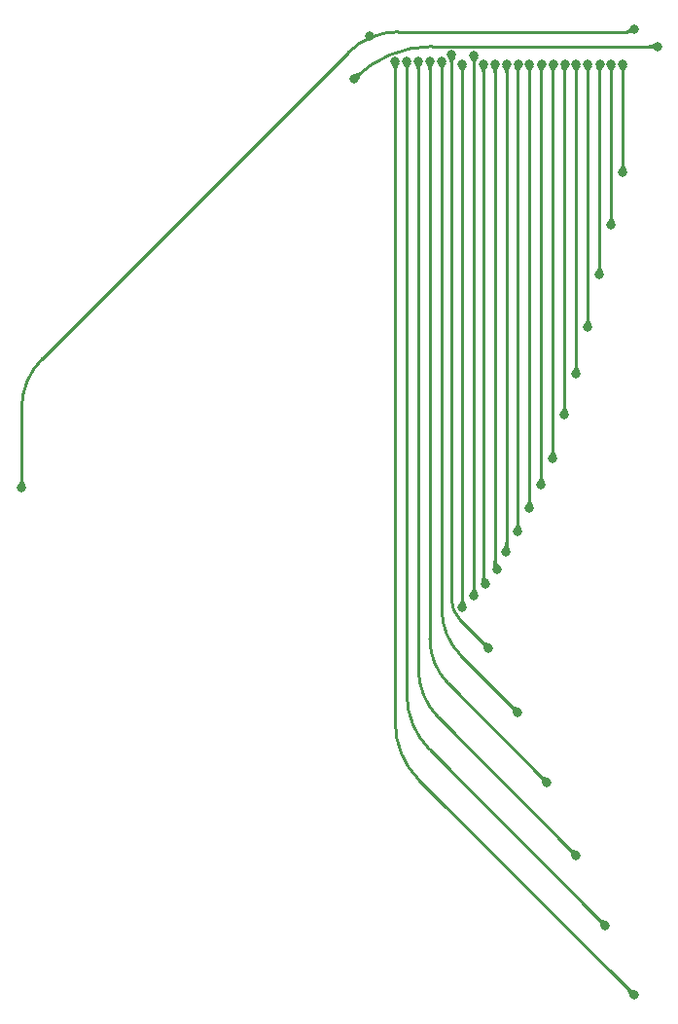
<source format=gbr>
%TF.GenerationSoftware,KiCad,Pcbnew,(6.0.10)*%
%TF.CreationDate,2023-01-23T22:05:49-08:00*%
%TF.ProjectId,Atari130MX-adapter-flexible-FFC,41746172-6931-4333-904d-582d61646170,rev?*%
%TF.SameCoordinates,Original*%
%TF.FileFunction,Copper,L2,Bot*%
%TF.FilePolarity,Positive*%
%FSLAX46Y46*%
G04 Gerber Fmt 4.6, Leading zero omitted, Abs format (unit mm)*
G04 Created by KiCad (PCBNEW (6.0.10)) date 2023-01-23 22:05:49*
%MOMM*%
%LPD*%
G01*
G04 APERTURE LIST*
%TA.AperFunction,ViaPad*%
%ADD10C,0.800000*%
%TD*%
%TA.AperFunction,Conductor*%
%ADD11C,0.250000*%
%TD*%
G04 APERTURE END LIST*
D10*
%TO.N,Net-(J2-Pad1)*%
X100076000Y-48260000D03*
X73665133Y-51048867D03*
%TO.N,Net-(J2-Pad3)*%
X75001823Y-47377419D03*
X44704000Y-86614000D03*
X98044000Y-46736000D03*
%TO.N,Net-(J2-Pad4)*%
X97028000Y-49784000D03*
X97028000Y-59182000D03*
%TO.N,Net-(J2-Pad5)*%
X96012000Y-49784000D03*
X96012000Y-63754000D03*
%TO.N,Net-(J2-Pad6)*%
X94996000Y-68072000D03*
X95012497Y-49784000D03*
%TO.N,Net-(J2-Pad7)*%
X93980000Y-49784000D03*
X93980000Y-72644000D03*
%TO.N,Net-(J2-Pad8)*%
X92964000Y-49784000D03*
X92964000Y-76708000D03*
%TO.N,Net-(J2-Pad9)*%
X91948000Y-80264000D03*
X91964497Y-49784000D03*
%TO.N,Net-(J2-Pad10)*%
X90964994Y-49784000D03*
X90932000Y-84074000D03*
%TO.N,Net-(J2-Pad11)*%
X89916000Y-86360000D03*
X89965491Y-49784000D03*
%TO.N,Net-(J2-Pad12)*%
X88900000Y-88392000D03*
X88900000Y-49784000D03*
%TO.N,Net-(J2-Pad13)*%
X87900497Y-49784000D03*
X87884000Y-90424000D03*
%TO.N,Net-(J2-Pad14)*%
X86868000Y-92202000D03*
X86900994Y-49784000D03*
%TO.N,Net-(J1-Pad15)*%
X85901491Y-49784000D03*
X86106000Y-93726000D03*
%TO.N,Net-(J1-Pad16)*%
X84901988Y-49784000D03*
X85090000Y-94996000D03*
%TO.N,Net-(J1-Pad17)*%
X84074000Y-96012000D03*
X84074000Y-49022000D03*
%TO.N,Net-(J1-Pad18)*%
X83058000Y-49784000D03*
X83058000Y-97028000D03*
%TO.N,Net-(J1-Pad19)*%
X82117515Y-48984500D03*
X85344000Y-100584000D03*
%TO.N,Net-(J1-Pad20)*%
X87884000Y-106172000D03*
X81280000Y-49530000D03*
%TO.N,Net-(J1-Pad21)*%
X80231006Y-49530000D03*
X90424000Y-112268000D03*
%TO.N,Net-(J1-Pad22)*%
X79231503Y-49530000D03*
X92964000Y-118618000D03*
%TO.N,Net-(J1-Pad23)*%
X78232000Y-49530000D03*
X95504000Y-124714000D03*
%TO.N,Net-(J1-Pad24)*%
X77228761Y-49575176D03*
X98000000Y-130766000D03*
%TD*%
D11*
%TO.N,Net-(J2-Pad1)*%
X100076000Y-48260000D02*
X80398053Y-48260000D01*
X73665154Y-51048888D02*
G75*
G02*
X80398053Y-48260000I6732946J-6732912D01*
G01*
%TO.N,Net-(J2-Pad3)*%
X46482000Y-75438000D02*
X73152000Y-48768000D01*
X77444471Y-46990000D02*
X97430790Y-46990000D01*
X44704000Y-86614000D02*
X44704000Y-79730471D01*
X77444471Y-46989989D02*
G75*
G03*
X73152001Y-48768001I29J-6070511D01*
G01*
X46481999Y-75437999D02*
G75*
G03*
X44704000Y-79730471I4292471J-4292471D01*
G01*
X98044003Y-46736003D02*
G75*
G02*
X97430790Y-46990000I-613203J613203D01*
G01*
%TO.N,Net-(J2-Pad4)*%
X97028000Y-59182000D02*
X97028000Y-49784000D01*
%TO.N,Net-(J2-Pad5)*%
X96012000Y-63754000D02*
X96012000Y-49784000D01*
%TO.N,Net-(J2-Pad6)*%
X94996000Y-68072000D02*
X94996000Y-49800497D01*
X94996000Y-49800497D02*
X95012497Y-49784000D01*
%TO.N,Net-(J2-Pad7)*%
X93980000Y-72644000D02*
X93980000Y-49784000D01*
%TO.N,Net-(J2-Pad8)*%
X92964000Y-76708000D02*
X92964000Y-49784000D01*
%TO.N,Net-(J2-Pad9)*%
X91948000Y-49800497D02*
X91964497Y-49784000D01*
X91948000Y-80264000D02*
X91948000Y-49800497D01*
%TO.N,Net-(J2-Pad10)*%
X90932000Y-49816994D02*
X90964994Y-49784000D01*
X90932000Y-84074000D02*
X90932000Y-49816994D01*
%TO.N,Net-(J2-Pad11)*%
X89916000Y-49833491D02*
X89965491Y-49784000D01*
X89916000Y-86360000D02*
X89916000Y-49833491D01*
%TO.N,Net-(J2-Pad12)*%
X88900000Y-88392000D02*
X88900000Y-49784000D01*
%TO.N,Net-(J2-Pad13)*%
X87884000Y-49800497D02*
X87900497Y-49784000D01*
X87884000Y-90424000D02*
X87884000Y-49800497D01*
%TO.N,Net-(J2-Pad14)*%
X86900994Y-49784000D02*
X86900994Y-92169006D01*
X86900994Y-92169006D02*
X86868000Y-92202000D01*
%TO.N,Net-(J1-Pad15)*%
X85901491Y-93521491D02*
X86106000Y-93726000D01*
X85901491Y-49784000D02*
X85901491Y-93521491D01*
%TO.N,Net-(J1-Pad16)*%
X84901988Y-49784000D02*
X84901988Y-94807988D01*
X84901988Y-94807988D02*
X85090000Y-94996000D01*
%TO.N,Net-(J1-Pad17)*%
X84074000Y-96012000D02*
X84074000Y-49022000D01*
%TO.N,Net-(J1-Pad18)*%
X83058000Y-49784000D02*
X83058000Y-97028000D01*
%TO.N,Net-(J1-Pad19)*%
X82117515Y-48984500D02*
X82117515Y-96386679D01*
X82804000Y-98044000D02*
X85344000Y-100584000D01*
X82803994Y-98044006D02*
G75*
G02*
X82117515Y-96386679I1657306J1657306D01*
G01*
%TO.N,Net-(J1-Pad20)*%
X87884000Y-106172000D02*
X82896447Y-101184447D01*
X81280000Y-97282000D02*
X81280000Y-49530000D01*
X81280003Y-97282000D02*
G75*
G03*
X82896448Y-101184446I5518897J0D01*
G01*
%TO.N,Net-(J1-Pad21)*%
X90424000Y-112268000D02*
X81847453Y-103691453D01*
X80231006Y-99789006D02*
X80231006Y-49530000D01*
X80231003Y-99789006D02*
G75*
G03*
X81847454Y-103691452I5518897J6D01*
G01*
%TO.N,Net-(J1-Pad22)*%
X79231503Y-102378497D02*
X79231503Y-49530000D01*
X92964000Y-118618000D02*
X81004224Y-106658224D01*
X79231491Y-102378497D02*
G75*
G03*
X81004225Y-106658223I6052409J-3D01*
G01*
%TO.N,Net-(J1-Pad23)*%
X78232000Y-104648000D02*
X78232000Y-49530000D01*
X95504000Y-124714000D02*
X80207657Y-109417657D01*
X78231997Y-104648000D02*
G75*
G03*
X80207658Y-109417656I6745303J0D01*
G01*
%TO.N,Net-(J1-Pad24)*%
X77228761Y-107139126D02*
X77228761Y-49575176D01*
X98000000Y-130766000D02*
X79248000Y-112014000D01*
X77228751Y-107139126D02*
G75*
G03*
X79248000Y-112014000I6894149J26D01*
G01*
%TD*%
%TA.AperFunction,Conductor*%
%TO.N,Net-(J2-Pad1)*%
G36*
X99907703Y-47905826D02*
G01*
X100267231Y-48251567D01*
X100270819Y-48259771D01*
X100267231Y-48268433D01*
X99907703Y-48614174D01*
X99899365Y-48617439D01*
X99894191Y-48616119D01*
X99831994Y-48583736D01*
X99831465Y-48583443D01*
X99822739Y-48578311D01*
X99772061Y-48548503D01*
X99771785Y-48548333D01*
X99719190Y-48515118D01*
X99719188Y-48515115D01*
X99719187Y-48515116D01*
X99670437Y-48484310D01*
X99670427Y-48484304D01*
X99670359Y-48484261D01*
X99622352Y-48456476D01*
X99622150Y-48456379D01*
X99622144Y-48456376D01*
X99572339Y-48432506D01*
X99572064Y-48432374D01*
X99516389Y-48412564D01*
X99490557Y-48406563D01*
X99452524Y-48397728D01*
X99452521Y-48397728D01*
X99452222Y-48397658D01*
X99451913Y-48397620D01*
X99451909Y-48397619D01*
X99407886Y-48392162D01*
X99376461Y-48388266D01*
X99320870Y-48386259D01*
X99297278Y-48385407D01*
X99289134Y-48381684D01*
X99286000Y-48373715D01*
X99286000Y-48146285D01*
X99289427Y-48138012D01*
X99297278Y-48134593D01*
X99330212Y-48133403D01*
X99376461Y-48131733D01*
X99407886Y-48127837D01*
X99451909Y-48122380D01*
X99451913Y-48122379D01*
X99452222Y-48122341D01*
X99452521Y-48122271D01*
X99452524Y-48122271D01*
X99516070Y-48107509D01*
X99516068Y-48107509D01*
X99516389Y-48107435D01*
X99572064Y-48087625D01*
X99591766Y-48078182D01*
X99622144Y-48063623D01*
X99622150Y-48063620D01*
X99622352Y-48063523D01*
X99670359Y-48035738D01*
X99719187Y-48004883D01*
X99771785Y-47971666D01*
X99772061Y-47971496D01*
X99831465Y-47936556D01*
X99831994Y-47936263D01*
X99839879Y-47932158D01*
X99894191Y-47903881D01*
X99903111Y-47903100D01*
X99907703Y-47905826D01*
G37*
%TD.AperFunction*%
%TD*%
%TA.AperFunction,Conductor*%
%TO.N,Net-(J2-Pad1)*%
G36*
X74180578Y-50420782D02*
G01*
X74287674Y-50547574D01*
X74327317Y-50594508D01*
X74330038Y-50603040D01*
X74326269Y-50610698D01*
X74268373Y-50663568D01*
X74268365Y-50663576D01*
X74268180Y-50663745D01*
X74268004Y-50663939D01*
X74268002Y-50663941D01*
X74263785Y-50668590D01*
X74217250Y-50719891D01*
X74179069Y-50773051D01*
X74178897Y-50773366D01*
X74178893Y-50773373D01*
X74160421Y-50807280D01*
X74150914Y-50824730D01*
X74130065Y-50876436D01*
X74113799Y-50929672D01*
X74113770Y-50929786D01*
X74099395Y-50985945D01*
X74084171Y-51046603D01*
X74084084Y-51046929D01*
X74065368Y-51113335D01*
X74065191Y-51113907D01*
X74042831Y-51180077D01*
X74036936Y-51186817D01*
X74031731Y-51188031D01*
X73532938Y-51187305D01*
X73524671Y-51183866D01*
X73521266Y-51175131D01*
X73523750Y-51113907D01*
X73541487Y-50676717D01*
X73545246Y-50668590D01*
X73549860Y-50665972D01*
X73619518Y-50645377D01*
X73620046Y-50645234D01*
X73688703Y-50628381D01*
X73689038Y-50628304D01*
X73751170Y-50614973D01*
X73751186Y-50614970D01*
X73796776Y-50605258D01*
X73808784Y-50602700D01*
X73863803Y-50589023D01*
X73918321Y-50571442D01*
X73918562Y-50571339D01*
X73918570Y-50571336D01*
X73974166Y-50547574D01*
X73974171Y-50547572D01*
X73974432Y-50547460D01*
X74034231Y-50514578D01*
X74046081Y-50506576D01*
X74099629Y-50470420D01*
X74099637Y-50470414D01*
X74099809Y-50470298D01*
X74164377Y-50419160D01*
X74172989Y-50416710D01*
X74180578Y-50420782D01*
G37*
%TD.AperFunction*%
%TD*%
%TA.AperFunction,Conductor*%
%TO.N,Net-(J2-Pad3)*%
G36*
X44825988Y-85827427D02*
G01*
X44829407Y-85835278D01*
X44832266Y-85914461D01*
X44841658Y-85990222D01*
X44856564Y-86054389D01*
X44876374Y-86110064D01*
X44900476Y-86160352D01*
X44928261Y-86208359D01*
X44928304Y-86208427D01*
X44928310Y-86208437D01*
X44959116Y-86257187D01*
X44959118Y-86257190D01*
X44992320Y-86309763D01*
X44992513Y-86310078D01*
X45027443Y-86369465D01*
X45027736Y-86369994D01*
X45060119Y-86432191D01*
X45060900Y-86441112D01*
X45058175Y-86445702D01*
X44712433Y-86805231D01*
X44704229Y-86808819D01*
X44695567Y-86805231D01*
X44349826Y-86445703D01*
X44346561Y-86437364D01*
X44347881Y-86432190D01*
X44380263Y-86369994D01*
X44380556Y-86369465D01*
X44415486Y-86310078D01*
X44415679Y-86309763D01*
X44448881Y-86257190D01*
X44448884Y-86257188D01*
X44448883Y-86257187D01*
X44479689Y-86208437D01*
X44479695Y-86208427D01*
X44479738Y-86208359D01*
X44507523Y-86160352D01*
X44531625Y-86110064D01*
X44551435Y-86054389D01*
X44566341Y-85990222D01*
X44575733Y-85914461D01*
X44578593Y-85835278D01*
X44582316Y-85827134D01*
X44590285Y-85824000D01*
X44817715Y-85824000D01*
X44825988Y-85827427D01*
G37*
%TD.AperFunction*%
%TD*%
%TA.AperFunction,Conductor*%
%TO.N,Net-(J2-Pad3)*%
G36*
X98201187Y-46627905D02*
G01*
X98208558Y-46632988D01*
X98210175Y-46641795D01*
X98209824Y-46643075D01*
X98046700Y-47127974D01*
X98040814Y-47134722D01*
X98035533Y-47135943D01*
X97988710Y-47135625D01*
X97957391Y-47135412D01*
X97957220Y-47135409D01*
X97891820Y-47134008D01*
X97882970Y-47133819D01*
X97882823Y-47133815D01*
X97817101Y-47131465D01*
X97816967Y-47131459D01*
X97756644Y-47128611D01*
X97756577Y-47128608D01*
X97697923Y-47125500D01*
X97637671Y-47122392D01*
X97572382Y-47119535D01*
X97498616Y-47117184D01*
X97412934Y-47115588D01*
X97323529Y-47115068D01*
X97315277Y-47111593D01*
X97311898Y-47103368D01*
X97311898Y-46875983D01*
X97315325Y-46867710D01*
X97322859Y-46864306D01*
X97382759Y-46860513D01*
X97382760Y-46860513D01*
X97383216Y-46860484D01*
X97383661Y-46860385D01*
X97383666Y-46860384D01*
X97441238Y-46847539D01*
X97441241Y-46847538D01*
X97441779Y-46847418D01*
X97489713Y-46826526D01*
X97529144Y-46798529D01*
X97562195Y-46764151D01*
X97562434Y-46763819D01*
X97562438Y-46763814D01*
X97590846Y-46724320D01*
X97590848Y-46724317D01*
X97590994Y-46724114D01*
X97599244Y-46710202D01*
X97617606Y-46679240D01*
X97617620Y-46679215D01*
X97617664Y-46679141D01*
X97643956Y-46630651D01*
X97644315Y-46629988D01*
X97644333Y-46629954D01*
X97673015Y-46577478D01*
X97673231Y-46577100D01*
X97701869Y-46529043D01*
X97709048Y-46523690D01*
X97714370Y-46523592D01*
X98201187Y-46627905D01*
G37*
%TD.AperFunction*%
%TD*%
%TA.AperFunction,Conductor*%
%TO.N,Net-(J2-Pad4)*%
G36*
X97036433Y-49592769D02*
G01*
X97382174Y-49952297D01*
X97385439Y-49960635D01*
X97384119Y-49965809D01*
X97351736Y-50028005D01*
X97351443Y-50028534D01*
X97316513Y-50087921D01*
X97316320Y-50088236D01*
X97283118Y-50140809D01*
X97283115Y-50140811D01*
X97283116Y-50140812D01*
X97252261Y-50189640D01*
X97224476Y-50237647D01*
X97200374Y-50287935D01*
X97180564Y-50343610D01*
X97165658Y-50407777D01*
X97156266Y-50483538D01*
X97156257Y-50483799D01*
X97153407Y-50562722D01*
X97149684Y-50570866D01*
X97141715Y-50574000D01*
X96914285Y-50574000D01*
X96906012Y-50570573D01*
X96902593Y-50562722D01*
X96899742Y-50483799D01*
X96899733Y-50483538D01*
X96890341Y-50407777D01*
X96875435Y-50343610D01*
X96855625Y-50287935D01*
X96831523Y-50237647D01*
X96803738Y-50189640D01*
X96772883Y-50140812D01*
X96739666Y-50088214D01*
X96739486Y-50087921D01*
X96704556Y-50028534D01*
X96704263Y-50028005D01*
X96671881Y-49965810D01*
X96671100Y-49956889D01*
X96673826Y-49952297D01*
X97019567Y-49592769D01*
X97027771Y-49589181D01*
X97036433Y-49592769D01*
G37*
%TD.AperFunction*%
%TD*%
%TA.AperFunction,Conductor*%
%TO.N,Net-(J2-Pad4)*%
G36*
X97149988Y-58395427D02*
G01*
X97153407Y-58403278D01*
X97156266Y-58482461D01*
X97165658Y-58558222D01*
X97180564Y-58622389D01*
X97200374Y-58678064D01*
X97224476Y-58728352D01*
X97252261Y-58776359D01*
X97252304Y-58776427D01*
X97252310Y-58776437D01*
X97283116Y-58825187D01*
X97283118Y-58825190D01*
X97316320Y-58877763D01*
X97316513Y-58878078D01*
X97351443Y-58937465D01*
X97351736Y-58937994D01*
X97384119Y-59000191D01*
X97384900Y-59009112D01*
X97382175Y-59013702D01*
X97036433Y-59373231D01*
X97028229Y-59376819D01*
X97019567Y-59373231D01*
X96673826Y-59013703D01*
X96670561Y-59005364D01*
X96671881Y-59000190D01*
X96704263Y-58937994D01*
X96704556Y-58937465D01*
X96739486Y-58878078D01*
X96739679Y-58877763D01*
X96772881Y-58825190D01*
X96772884Y-58825188D01*
X96772883Y-58825187D01*
X96803689Y-58776437D01*
X96803695Y-58776427D01*
X96803738Y-58776359D01*
X96831523Y-58728352D01*
X96855625Y-58678064D01*
X96875435Y-58622389D01*
X96890341Y-58558222D01*
X96899733Y-58482461D01*
X96902593Y-58403278D01*
X96906316Y-58395134D01*
X96914285Y-58392000D01*
X97141715Y-58392000D01*
X97149988Y-58395427D01*
G37*
%TD.AperFunction*%
%TD*%
%TA.AperFunction,Conductor*%
%TO.N,Net-(J2-Pad5)*%
G36*
X96020433Y-49592769D02*
G01*
X96366174Y-49952297D01*
X96369439Y-49960635D01*
X96368119Y-49965809D01*
X96335736Y-50028005D01*
X96335443Y-50028534D01*
X96300513Y-50087921D01*
X96300320Y-50088236D01*
X96267118Y-50140809D01*
X96267115Y-50140811D01*
X96267116Y-50140812D01*
X96236261Y-50189640D01*
X96208476Y-50237647D01*
X96184374Y-50287935D01*
X96164564Y-50343610D01*
X96149658Y-50407777D01*
X96140266Y-50483538D01*
X96140257Y-50483799D01*
X96137407Y-50562722D01*
X96133684Y-50570866D01*
X96125715Y-50574000D01*
X95898285Y-50574000D01*
X95890012Y-50570573D01*
X95886593Y-50562722D01*
X95883742Y-50483799D01*
X95883733Y-50483538D01*
X95874341Y-50407777D01*
X95859435Y-50343610D01*
X95839625Y-50287935D01*
X95815523Y-50237647D01*
X95787738Y-50189640D01*
X95756883Y-50140812D01*
X95723666Y-50088214D01*
X95723486Y-50087921D01*
X95688556Y-50028534D01*
X95688263Y-50028005D01*
X95655881Y-49965810D01*
X95655100Y-49956889D01*
X95657826Y-49952297D01*
X96003567Y-49592769D01*
X96011771Y-49589181D01*
X96020433Y-49592769D01*
G37*
%TD.AperFunction*%
%TD*%
%TA.AperFunction,Conductor*%
%TO.N,Net-(J2-Pad5)*%
G36*
X96133988Y-62967427D02*
G01*
X96137407Y-62975278D01*
X96140266Y-63054461D01*
X96149658Y-63130222D01*
X96164564Y-63194389D01*
X96184374Y-63250064D01*
X96208476Y-63300352D01*
X96236261Y-63348359D01*
X96236304Y-63348427D01*
X96236310Y-63348437D01*
X96267116Y-63397187D01*
X96267118Y-63397190D01*
X96300320Y-63449763D01*
X96300513Y-63450078D01*
X96335443Y-63509465D01*
X96335736Y-63509994D01*
X96368119Y-63572191D01*
X96368900Y-63581112D01*
X96366175Y-63585702D01*
X96020433Y-63945231D01*
X96012229Y-63948819D01*
X96003567Y-63945231D01*
X95657826Y-63585703D01*
X95654561Y-63577364D01*
X95655881Y-63572190D01*
X95688263Y-63509994D01*
X95688556Y-63509465D01*
X95723486Y-63450078D01*
X95723679Y-63449763D01*
X95756881Y-63397190D01*
X95756884Y-63397188D01*
X95756883Y-63397187D01*
X95787689Y-63348437D01*
X95787695Y-63348427D01*
X95787738Y-63348359D01*
X95815523Y-63300352D01*
X95839625Y-63250064D01*
X95859435Y-63194389D01*
X95874341Y-63130222D01*
X95883733Y-63054461D01*
X95886593Y-62975278D01*
X95890316Y-62967134D01*
X95898285Y-62964000D01*
X96125715Y-62964000D01*
X96133988Y-62967427D01*
G37*
%TD.AperFunction*%
%TD*%
%TA.AperFunction,Conductor*%
%TO.N,Net-(J2-Pad6)*%
G36*
X95117988Y-67285427D02*
G01*
X95121407Y-67293278D01*
X95124266Y-67372461D01*
X95133658Y-67448222D01*
X95148564Y-67512389D01*
X95168374Y-67568064D01*
X95192476Y-67618352D01*
X95220261Y-67666359D01*
X95220304Y-67666427D01*
X95220310Y-67666437D01*
X95251116Y-67715187D01*
X95251118Y-67715190D01*
X95284320Y-67767763D01*
X95284513Y-67768078D01*
X95319443Y-67827465D01*
X95319736Y-67827994D01*
X95352119Y-67890191D01*
X95352900Y-67899112D01*
X95350175Y-67903702D01*
X95004433Y-68263231D01*
X94996229Y-68266819D01*
X94987567Y-68263231D01*
X94641826Y-67903703D01*
X94638561Y-67895364D01*
X94639881Y-67890190D01*
X94672263Y-67827994D01*
X94672556Y-67827465D01*
X94707486Y-67768078D01*
X94707679Y-67767763D01*
X94740881Y-67715190D01*
X94740884Y-67715188D01*
X94740883Y-67715187D01*
X94771689Y-67666437D01*
X94771695Y-67666427D01*
X94771738Y-67666359D01*
X94799523Y-67618352D01*
X94823625Y-67568064D01*
X94843435Y-67512389D01*
X94858341Y-67448222D01*
X94867733Y-67372461D01*
X94870593Y-67293278D01*
X94874316Y-67285134D01*
X94882285Y-67282000D01*
X95109715Y-67282000D01*
X95117988Y-67285427D01*
G37*
%TD.AperFunction*%
%TD*%
%TA.AperFunction,Conductor*%
%TO.N,Net-(J2-Pad6)*%
G36*
X95028677Y-49593269D02*
G01*
X95339249Y-49943614D01*
X95359571Y-49966539D01*
X95362495Y-49975003D01*
X95360982Y-49980089D01*
X95327471Y-50038899D01*
X95325878Y-50041695D01*
X95325606Y-50042148D01*
X95288377Y-50101119D01*
X95288224Y-50101355D01*
X95253324Y-50153795D01*
X95221327Y-50202672D01*
X95192832Y-50250937D01*
X95168354Y-50301660D01*
X95168247Y-50301963D01*
X95151058Y-50350451D01*
X95148414Y-50357908D01*
X95133529Y-50422752D01*
X95124218Y-50499258D01*
X95124209Y-50499514D01*
X95121398Y-50579209D01*
X95117681Y-50587357D01*
X95109705Y-50590497D01*
X94882314Y-50590497D01*
X94874041Y-50587070D01*
X94870621Y-50579189D01*
X94867949Y-50499514D01*
X94867845Y-50496404D01*
X94858782Y-50417466D01*
X94844413Y-50350451D01*
X94825337Y-50292126D01*
X94802157Y-50239257D01*
X94782948Y-50202800D01*
X94775505Y-50188674D01*
X94775499Y-50188662D01*
X94775472Y-50188612D01*
X94745886Y-50136958D01*
X94714074Y-50081195D01*
X94713906Y-50080889D01*
X94680547Y-50017950D01*
X94680289Y-50017433D01*
X94649281Y-49951213D01*
X94648876Y-49942267D01*
X94651780Y-49937806D01*
X95011824Y-49592585D01*
X95020167Y-49589333D01*
X95028677Y-49593269D01*
G37*
%TD.AperFunction*%
%TD*%
%TA.AperFunction,Conductor*%
%TO.N,Net-(J2-Pad7)*%
G36*
X93988433Y-49592769D02*
G01*
X94334174Y-49952297D01*
X94337439Y-49960635D01*
X94336119Y-49965809D01*
X94303736Y-50028005D01*
X94303443Y-50028534D01*
X94268513Y-50087921D01*
X94268320Y-50088236D01*
X94235118Y-50140809D01*
X94235115Y-50140811D01*
X94235116Y-50140812D01*
X94204261Y-50189640D01*
X94176476Y-50237647D01*
X94152374Y-50287935D01*
X94132564Y-50343610D01*
X94117658Y-50407777D01*
X94108266Y-50483538D01*
X94108257Y-50483799D01*
X94105407Y-50562722D01*
X94101684Y-50570866D01*
X94093715Y-50574000D01*
X93866285Y-50574000D01*
X93858012Y-50570573D01*
X93854593Y-50562722D01*
X93851742Y-50483799D01*
X93851733Y-50483538D01*
X93842341Y-50407777D01*
X93827435Y-50343610D01*
X93807625Y-50287935D01*
X93783523Y-50237647D01*
X93755738Y-50189640D01*
X93724883Y-50140812D01*
X93691666Y-50088214D01*
X93691486Y-50087921D01*
X93656556Y-50028534D01*
X93656263Y-50028005D01*
X93623881Y-49965810D01*
X93623100Y-49956889D01*
X93625826Y-49952297D01*
X93971567Y-49592769D01*
X93979771Y-49589181D01*
X93988433Y-49592769D01*
G37*
%TD.AperFunction*%
%TD*%
%TA.AperFunction,Conductor*%
%TO.N,Net-(J2-Pad7)*%
G36*
X94101988Y-71857427D02*
G01*
X94105407Y-71865278D01*
X94108266Y-71944461D01*
X94117658Y-72020222D01*
X94132564Y-72084389D01*
X94152374Y-72140064D01*
X94176476Y-72190352D01*
X94204261Y-72238359D01*
X94204304Y-72238427D01*
X94204310Y-72238437D01*
X94235116Y-72287187D01*
X94235118Y-72287190D01*
X94268320Y-72339763D01*
X94268513Y-72340078D01*
X94303443Y-72399465D01*
X94303736Y-72399994D01*
X94336119Y-72462191D01*
X94336900Y-72471112D01*
X94334175Y-72475702D01*
X93988433Y-72835231D01*
X93980229Y-72838819D01*
X93971567Y-72835231D01*
X93625826Y-72475703D01*
X93622561Y-72467364D01*
X93623881Y-72462190D01*
X93656263Y-72399994D01*
X93656556Y-72399465D01*
X93691486Y-72340078D01*
X93691679Y-72339763D01*
X93724881Y-72287190D01*
X93724884Y-72287188D01*
X93724883Y-72287187D01*
X93755689Y-72238437D01*
X93755695Y-72238427D01*
X93755738Y-72238359D01*
X93783523Y-72190352D01*
X93807625Y-72140064D01*
X93827435Y-72084389D01*
X93842341Y-72020222D01*
X93851733Y-71944461D01*
X93854593Y-71865278D01*
X93858316Y-71857134D01*
X93866285Y-71854000D01*
X94093715Y-71854000D01*
X94101988Y-71857427D01*
G37*
%TD.AperFunction*%
%TD*%
%TA.AperFunction,Conductor*%
%TO.N,Net-(J2-Pad8)*%
G36*
X92972433Y-49592769D02*
G01*
X93318174Y-49952297D01*
X93321439Y-49960635D01*
X93320119Y-49965809D01*
X93287736Y-50028005D01*
X93287443Y-50028534D01*
X93252513Y-50087921D01*
X93252320Y-50088236D01*
X93219118Y-50140809D01*
X93219115Y-50140811D01*
X93219116Y-50140812D01*
X93188261Y-50189640D01*
X93160476Y-50237647D01*
X93136374Y-50287935D01*
X93116564Y-50343610D01*
X93101658Y-50407777D01*
X93092266Y-50483538D01*
X93092257Y-50483799D01*
X93089407Y-50562722D01*
X93085684Y-50570866D01*
X93077715Y-50574000D01*
X92850285Y-50574000D01*
X92842012Y-50570573D01*
X92838593Y-50562722D01*
X92835742Y-50483799D01*
X92835733Y-50483538D01*
X92826341Y-50407777D01*
X92811435Y-50343610D01*
X92791625Y-50287935D01*
X92767523Y-50237647D01*
X92739738Y-50189640D01*
X92708883Y-50140812D01*
X92675666Y-50088214D01*
X92675486Y-50087921D01*
X92640556Y-50028534D01*
X92640263Y-50028005D01*
X92607881Y-49965810D01*
X92607100Y-49956889D01*
X92609826Y-49952297D01*
X92955567Y-49592769D01*
X92963771Y-49589181D01*
X92972433Y-49592769D01*
G37*
%TD.AperFunction*%
%TD*%
%TA.AperFunction,Conductor*%
%TO.N,Net-(J2-Pad8)*%
G36*
X93085988Y-75921427D02*
G01*
X93089407Y-75929278D01*
X93092266Y-76008461D01*
X93101658Y-76084222D01*
X93116564Y-76148389D01*
X93136374Y-76204064D01*
X93160476Y-76254352D01*
X93188261Y-76302359D01*
X93188304Y-76302427D01*
X93188310Y-76302437D01*
X93219116Y-76351187D01*
X93219118Y-76351190D01*
X93252320Y-76403763D01*
X93252513Y-76404078D01*
X93287443Y-76463465D01*
X93287736Y-76463994D01*
X93320119Y-76526191D01*
X93320900Y-76535112D01*
X93318175Y-76539702D01*
X92972433Y-76899231D01*
X92964229Y-76902819D01*
X92955567Y-76899231D01*
X92609826Y-76539703D01*
X92606561Y-76531364D01*
X92607881Y-76526190D01*
X92640263Y-76463994D01*
X92640556Y-76463465D01*
X92675486Y-76404078D01*
X92675679Y-76403763D01*
X92708881Y-76351190D01*
X92708884Y-76351188D01*
X92708883Y-76351187D01*
X92739689Y-76302437D01*
X92739695Y-76302427D01*
X92739738Y-76302359D01*
X92767523Y-76254352D01*
X92791625Y-76204064D01*
X92811435Y-76148389D01*
X92826341Y-76084222D01*
X92835733Y-76008461D01*
X92838593Y-75929278D01*
X92842316Y-75921134D01*
X92850285Y-75918000D01*
X93077715Y-75918000D01*
X93085988Y-75921427D01*
G37*
%TD.AperFunction*%
%TD*%
%TA.AperFunction,Conductor*%
%TO.N,Net-(J2-Pad9)*%
G36*
X92069988Y-79477427D02*
G01*
X92073407Y-79485278D01*
X92076266Y-79564461D01*
X92085658Y-79640222D01*
X92100564Y-79704389D01*
X92120374Y-79760064D01*
X92144476Y-79810352D01*
X92172261Y-79858359D01*
X92172304Y-79858427D01*
X92172310Y-79858437D01*
X92203116Y-79907187D01*
X92203118Y-79907190D01*
X92236320Y-79959763D01*
X92236513Y-79960078D01*
X92271443Y-80019465D01*
X92271736Y-80019994D01*
X92304119Y-80082191D01*
X92304900Y-80091112D01*
X92302175Y-80095702D01*
X91956433Y-80455231D01*
X91948229Y-80458819D01*
X91939567Y-80455231D01*
X91593826Y-80095703D01*
X91590561Y-80087364D01*
X91591881Y-80082190D01*
X91624263Y-80019994D01*
X91624556Y-80019465D01*
X91659486Y-79960078D01*
X91659679Y-79959763D01*
X91692881Y-79907190D01*
X91692884Y-79907188D01*
X91692883Y-79907187D01*
X91723689Y-79858437D01*
X91723695Y-79858427D01*
X91723738Y-79858359D01*
X91751523Y-79810352D01*
X91775625Y-79760064D01*
X91795435Y-79704389D01*
X91810341Y-79640222D01*
X91819733Y-79564461D01*
X91822593Y-79485278D01*
X91826316Y-79477134D01*
X91834285Y-79474000D01*
X92061715Y-79474000D01*
X92069988Y-79477427D01*
G37*
%TD.AperFunction*%
%TD*%
%TA.AperFunction,Conductor*%
%TO.N,Net-(J2-Pad9)*%
G36*
X91980677Y-49593269D02*
G01*
X92291249Y-49943614D01*
X92311571Y-49966539D01*
X92314495Y-49975003D01*
X92312982Y-49980089D01*
X92279471Y-50038899D01*
X92277878Y-50041695D01*
X92277606Y-50042148D01*
X92240377Y-50101119D01*
X92240224Y-50101355D01*
X92205324Y-50153795D01*
X92173327Y-50202672D01*
X92144832Y-50250937D01*
X92120354Y-50301660D01*
X92120247Y-50301963D01*
X92103058Y-50350451D01*
X92100414Y-50357908D01*
X92085529Y-50422752D01*
X92076218Y-50499258D01*
X92076209Y-50499514D01*
X92073398Y-50579209D01*
X92069681Y-50587357D01*
X92061705Y-50590497D01*
X91834314Y-50590497D01*
X91826041Y-50587070D01*
X91822621Y-50579189D01*
X91819949Y-50499514D01*
X91819845Y-50496404D01*
X91810782Y-50417466D01*
X91796413Y-50350451D01*
X91777337Y-50292126D01*
X91754157Y-50239257D01*
X91734948Y-50202800D01*
X91727505Y-50188674D01*
X91727499Y-50188662D01*
X91727472Y-50188612D01*
X91697886Y-50136958D01*
X91666074Y-50081195D01*
X91665906Y-50080889D01*
X91632547Y-50017950D01*
X91632289Y-50017433D01*
X91601281Y-49951213D01*
X91600876Y-49942267D01*
X91603780Y-49937806D01*
X91963824Y-49592585D01*
X91972167Y-49589333D01*
X91980677Y-49593269D01*
G37*
%TD.AperFunction*%
%TD*%
%TA.AperFunction,Conductor*%
%TO.N,Net-(J2-Pad10)*%
G36*
X90989002Y-49594095D02*
G01*
X91304271Y-49980658D01*
X91306844Y-49989235D01*
X91305125Y-49994254D01*
X91268315Y-50053144D01*
X91268037Y-50053569D01*
X91229140Y-50110173D01*
X91228999Y-50110374D01*
X91192727Y-50160854D01*
X91179460Y-50179788D01*
X91159649Y-50208060D01*
X91130320Y-50254871D01*
X91130209Y-50255090D01*
X91130207Y-50255093D01*
X91114999Y-50285025D01*
X91105227Y-50304257D01*
X91105112Y-50304566D01*
X91105112Y-50304567D01*
X91090438Y-50344147D01*
X91084860Y-50359191D01*
X91069708Y-50422644D01*
X91060258Y-50497588D01*
X91060248Y-50497851D01*
X91060248Y-50497856D01*
X91057411Y-50575720D01*
X91053685Y-50583863D01*
X91045719Y-50586994D01*
X90818321Y-50586994D01*
X90810048Y-50583567D01*
X90806627Y-50575679D01*
X90803864Y-50491830D01*
X90794895Y-50411981D01*
X90780749Y-50344147D01*
X90780661Y-50343867D01*
X90780658Y-50343857D01*
X90762167Y-50285286D01*
X90762163Y-50285275D01*
X90762084Y-50285025D01*
X90749437Y-50254871D01*
X90739639Y-50231509D01*
X90739632Y-50231493D01*
X90739557Y-50231315D01*
X90728025Y-50208191D01*
X90713860Y-50179788D01*
X90713845Y-50179759D01*
X90713823Y-50179715D01*
X90685540Y-50126925D01*
X90655460Y-50069821D01*
X90655275Y-50069454D01*
X90624083Y-50004830D01*
X90623833Y-50004274D01*
X90595220Y-49936141D01*
X90595176Y-49927187D01*
X90598264Y-49922840D01*
X90777139Y-49764921D01*
X90972193Y-49592719D01*
X90980662Y-49589813D01*
X90989002Y-49594095D01*
G37*
%TD.AperFunction*%
%TD*%
%TA.AperFunction,Conductor*%
%TO.N,Net-(J2-Pad10)*%
G36*
X91053988Y-83287427D02*
G01*
X91057407Y-83295278D01*
X91060266Y-83374461D01*
X91069658Y-83450222D01*
X91084564Y-83514389D01*
X91104374Y-83570064D01*
X91128476Y-83620352D01*
X91156261Y-83668359D01*
X91156304Y-83668427D01*
X91156310Y-83668437D01*
X91187116Y-83717187D01*
X91187118Y-83717190D01*
X91220320Y-83769763D01*
X91220513Y-83770078D01*
X91255443Y-83829465D01*
X91255736Y-83829994D01*
X91288119Y-83892191D01*
X91288900Y-83901112D01*
X91286175Y-83905702D01*
X90940433Y-84265231D01*
X90932229Y-84268819D01*
X90923567Y-84265231D01*
X90577826Y-83905703D01*
X90574561Y-83897364D01*
X90575881Y-83892190D01*
X90608263Y-83829994D01*
X90608556Y-83829465D01*
X90643486Y-83770078D01*
X90643679Y-83769763D01*
X90676881Y-83717190D01*
X90676884Y-83717188D01*
X90676883Y-83717187D01*
X90707689Y-83668437D01*
X90707695Y-83668427D01*
X90707738Y-83668359D01*
X90735523Y-83620352D01*
X90759625Y-83570064D01*
X90779435Y-83514389D01*
X90794341Y-83450222D01*
X90803733Y-83374461D01*
X90806593Y-83295278D01*
X90810316Y-83287134D01*
X90818285Y-83284000D01*
X91045715Y-83284000D01*
X91053988Y-83287427D01*
G37*
%TD.AperFunction*%
%TD*%
%TA.AperFunction,Conductor*%
%TO.N,Net-(J2-Pad11)*%
G36*
X90037988Y-85573427D02*
G01*
X90041407Y-85581278D01*
X90044266Y-85660461D01*
X90053658Y-85736222D01*
X90068564Y-85800389D01*
X90088374Y-85856064D01*
X90112476Y-85906352D01*
X90140261Y-85954359D01*
X90140304Y-85954427D01*
X90140310Y-85954437D01*
X90171116Y-86003187D01*
X90171118Y-86003190D01*
X90204320Y-86055763D01*
X90204513Y-86056078D01*
X90239443Y-86115465D01*
X90239736Y-86115994D01*
X90272119Y-86178191D01*
X90272900Y-86187112D01*
X90270175Y-86191702D01*
X89924433Y-86551231D01*
X89916229Y-86554819D01*
X89907567Y-86551231D01*
X89561826Y-86191703D01*
X89558561Y-86183364D01*
X89559881Y-86178190D01*
X89592263Y-86115994D01*
X89592556Y-86115465D01*
X89627486Y-86056078D01*
X89627679Y-86055763D01*
X89660881Y-86003190D01*
X89660884Y-86003188D01*
X89660883Y-86003187D01*
X89691689Y-85954437D01*
X89691695Y-85954427D01*
X89691738Y-85954359D01*
X89719523Y-85906352D01*
X89743625Y-85856064D01*
X89763435Y-85800389D01*
X89778341Y-85736222D01*
X89787733Y-85660461D01*
X89790593Y-85581278D01*
X89794316Y-85573134D01*
X89802285Y-85570000D01*
X90029715Y-85570000D01*
X90037988Y-85573427D01*
G37*
%TD.AperFunction*%
%TD*%
%TA.AperFunction,Conductor*%
%TO.N,Net-(J2-Pad11)*%
G36*
X89997370Y-49595256D02*
G01*
X90204739Y-49872271D01*
X90296305Y-49994590D01*
X90298520Y-50003267D01*
X90296598Y-50008205D01*
X90258196Y-50064383D01*
X90257915Y-50064776D01*
X90219356Y-50116468D01*
X90217464Y-50119004D01*
X90217358Y-50119143D01*
X90179813Y-50167672D01*
X90179775Y-50167723D01*
X90179752Y-50167753D01*
X90177690Y-50170510D01*
X90145741Y-50213223D01*
X90145654Y-50213355D01*
X90145645Y-50213367D01*
X90123381Y-50246947D01*
X90115651Y-50258606D01*
X90090002Y-50306692D01*
X90069252Y-50360352D01*
X90053863Y-50422457D01*
X90053821Y-50422780D01*
X90045398Y-50487399D01*
X90044292Y-50495880D01*
X90044282Y-50496142D01*
X90044282Y-50496144D01*
X90041423Y-50572230D01*
X90037688Y-50580369D01*
X90029731Y-50583491D01*
X89802328Y-50583491D01*
X89794055Y-50580064D01*
X89790634Y-50572169D01*
X89787892Y-50487399D01*
X89787885Y-50487182D01*
X89779020Y-50406349D01*
X89765116Y-50337623D01*
X89746891Y-50277639D01*
X89725058Y-50223029D01*
X89700331Y-50170428D01*
X89698998Y-50167753D01*
X89673447Y-50116510D01*
X89673384Y-50116381D01*
X89648437Y-50064776D01*
X89645149Y-50057974D01*
X89644968Y-50057580D01*
X89616065Y-49991296D01*
X89615826Y-49990704D01*
X89589720Y-49920646D01*
X89590043Y-49911697D01*
X89593311Y-49907477D01*
X89980633Y-49593184D01*
X89989216Y-49590632D01*
X89997370Y-49595256D01*
G37*
%TD.AperFunction*%
%TD*%
%TA.AperFunction,Conductor*%
%TO.N,Net-(J2-Pad12)*%
G36*
X89021988Y-87605427D02*
G01*
X89025407Y-87613278D01*
X89028266Y-87692461D01*
X89037658Y-87768222D01*
X89052564Y-87832389D01*
X89072374Y-87888064D01*
X89096476Y-87938352D01*
X89124261Y-87986359D01*
X89124304Y-87986427D01*
X89124310Y-87986437D01*
X89155116Y-88035187D01*
X89155118Y-88035190D01*
X89188320Y-88087763D01*
X89188513Y-88088078D01*
X89223443Y-88147465D01*
X89223736Y-88147994D01*
X89256119Y-88210191D01*
X89256900Y-88219112D01*
X89254175Y-88223702D01*
X88908433Y-88583231D01*
X88900229Y-88586819D01*
X88891567Y-88583231D01*
X88545826Y-88223703D01*
X88542561Y-88215364D01*
X88543881Y-88210190D01*
X88576263Y-88147994D01*
X88576556Y-88147465D01*
X88611486Y-88088078D01*
X88611679Y-88087763D01*
X88644881Y-88035190D01*
X88644884Y-88035188D01*
X88644883Y-88035187D01*
X88675689Y-87986437D01*
X88675695Y-87986427D01*
X88675738Y-87986359D01*
X88703523Y-87938352D01*
X88727625Y-87888064D01*
X88747435Y-87832389D01*
X88762341Y-87768222D01*
X88771733Y-87692461D01*
X88774593Y-87613278D01*
X88778316Y-87605134D01*
X88786285Y-87602000D01*
X89013715Y-87602000D01*
X89021988Y-87605427D01*
G37*
%TD.AperFunction*%
%TD*%
%TA.AperFunction,Conductor*%
%TO.N,Net-(J2-Pad12)*%
G36*
X88908433Y-49592769D02*
G01*
X89254174Y-49952297D01*
X89257439Y-49960635D01*
X89256119Y-49965809D01*
X89223736Y-50028005D01*
X89223443Y-50028534D01*
X89188513Y-50087921D01*
X89188320Y-50088236D01*
X89155118Y-50140809D01*
X89155115Y-50140811D01*
X89155116Y-50140812D01*
X89124261Y-50189640D01*
X89096476Y-50237647D01*
X89072374Y-50287935D01*
X89052564Y-50343610D01*
X89037658Y-50407777D01*
X89028266Y-50483538D01*
X89028257Y-50483799D01*
X89025407Y-50562722D01*
X89021684Y-50570866D01*
X89013715Y-50574000D01*
X88786285Y-50574000D01*
X88778012Y-50570573D01*
X88774593Y-50562722D01*
X88771742Y-50483799D01*
X88771733Y-50483538D01*
X88762341Y-50407777D01*
X88747435Y-50343610D01*
X88727625Y-50287935D01*
X88703523Y-50237647D01*
X88675738Y-50189640D01*
X88644883Y-50140812D01*
X88611666Y-50088214D01*
X88611486Y-50087921D01*
X88576556Y-50028534D01*
X88576263Y-50028005D01*
X88543881Y-49965810D01*
X88543100Y-49956889D01*
X88545826Y-49952297D01*
X88891567Y-49592769D01*
X88899771Y-49589181D01*
X88908433Y-49592769D01*
G37*
%TD.AperFunction*%
%TD*%
%TA.AperFunction,Conductor*%
%TO.N,Net-(J2-Pad13)*%
G36*
X87916677Y-49593269D02*
G01*
X88227249Y-49943614D01*
X88247571Y-49966539D01*
X88250495Y-49975003D01*
X88248982Y-49980089D01*
X88215471Y-50038899D01*
X88213878Y-50041695D01*
X88213606Y-50042148D01*
X88176377Y-50101119D01*
X88176224Y-50101355D01*
X88141324Y-50153795D01*
X88109327Y-50202672D01*
X88080832Y-50250937D01*
X88056354Y-50301660D01*
X88056247Y-50301963D01*
X88039058Y-50350451D01*
X88036414Y-50357908D01*
X88021529Y-50422752D01*
X88012218Y-50499258D01*
X88012209Y-50499514D01*
X88009398Y-50579209D01*
X88005681Y-50587357D01*
X87997705Y-50590497D01*
X87770314Y-50590497D01*
X87762041Y-50587070D01*
X87758621Y-50579189D01*
X87755949Y-50499514D01*
X87755845Y-50496404D01*
X87746782Y-50417466D01*
X87732413Y-50350451D01*
X87713337Y-50292126D01*
X87690157Y-50239257D01*
X87670948Y-50202800D01*
X87663505Y-50188674D01*
X87663499Y-50188662D01*
X87663472Y-50188612D01*
X87633886Y-50136958D01*
X87602074Y-50081195D01*
X87601906Y-50080889D01*
X87568547Y-50017950D01*
X87568289Y-50017433D01*
X87537281Y-49951213D01*
X87536876Y-49942267D01*
X87539780Y-49937806D01*
X87899824Y-49592585D01*
X87908167Y-49589333D01*
X87916677Y-49593269D01*
G37*
%TD.AperFunction*%
%TD*%
%TA.AperFunction,Conductor*%
%TO.N,Net-(J2-Pad13)*%
G36*
X88005988Y-89637427D02*
G01*
X88009407Y-89645278D01*
X88012266Y-89724461D01*
X88021658Y-89800222D01*
X88036564Y-89864389D01*
X88056374Y-89920064D01*
X88080476Y-89970352D01*
X88108261Y-90018359D01*
X88108304Y-90018427D01*
X88108310Y-90018437D01*
X88139116Y-90067187D01*
X88139118Y-90067190D01*
X88172320Y-90119763D01*
X88172513Y-90120078D01*
X88207443Y-90179465D01*
X88207736Y-90179994D01*
X88240119Y-90242191D01*
X88240900Y-90251112D01*
X88238175Y-90255702D01*
X87892433Y-90615231D01*
X87884229Y-90618819D01*
X87875567Y-90615231D01*
X87529826Y-90255703D01*
X87526561Y-90247364D01*
X87527881Y-90242190D01*
X87560263Y-90179994D01*
X87560556Y-90179465D01*
X87595486Y-90120078D01*
X87595679Y-90119763D01*
X87628881Y-90067190D01*
X87628884Y-90067188D01*
X87628883Y-90067187D01*
X87659689Y-90018437D01*
X87659695Y-90018427D01*
X87659738Y-90018359D01*
X87687523Y-89970352D01*
X87711625Y-89920064D01*
X87731435Y-89864389D01*
X87746341Y-89800222D01*
X87755733Y-89724461D01*
X87758593Y-89645278D01*
X87762316Y-89637134D01*
X87770285Y-89634000D01*
X87997715Y-89634000D01*
X88005988Y-89637427D01*
G37*
%TD.AperFunction*%
%TD*%
%TA.AperFunction,Conductor*%
%TO.N,Net-(J2-Pad14)*%
G36*
X87022946Y-91402433D02*
G01*
X87026367Y-91410320D01*
X87029129Y-91494169D01*
X87038098Y-91574018D01*
X87052244Y-91641852D01*
X87052332Y-91642132D01*
X87052335Y-91642142D01*
X87070826Y-91700713D01*
X87070830Y-91700724D01*
X87070909Y-91700974D01*
X87071016Y-91701229D01*
X87093354Y-91754490D01*
X87093361Y-91754506D01*
X87093436Y-91754684D01*
X87093523Y-91754858D01*
X87093526Y-91754865D01*
X87119133Y-91806211D01*
X87119148Y-91806240D01*
X87119170Y-91806284D01*
X87119200Y-91806341D01*
X87119213Y-91806365D01*
X87147414Y-91859002D01*
X87147453Y-91859074D01*
X87177533Y-91916178D01*
X87177718Y-91916545D01*
X87208910Y-91981169D01*
X87209160Y-91981725D01*
X87237774Y-92049859D01*
X87237818Y-92058813D01*
X87234730Y-92063160D01*
X86862361Y-92391905D01*
X86860802Y-92393281D01*
X86852332Y-92396187D01*
X86843992Y-92391905D01*
X86575877Y-92063160D01*
X86528722Y-92005341D01*
X86526149Y-91996765D01*
X86527868Y-91991746D01*
X86564678Y-91932855D01*
X86564956Y-91932430D01*
X86603853Y-91875826D01*
X86603994Y-91875625D01*
X86640266Y-91825145D01*
X86673254Y-91778068D01*
X86673261Y-91778058D01*
X86673344Y-91777939D01*
X86702673Y-91731128D01*
X86717865Y-91701229D01*
X86727619Y-91682032D01*
X86727621Y-91682027D01*
X86727766Y-91681742D01*
X86742448Y-91642142D01*
X86748009Y-91627143D01*
X86748010Y-91627140D01*
X86748133Y-91626808D01*
X86763285Y-91563355D01*
X86772735Y-91488411D01*
X86775583Y-91410280D01*
X86779309Y-91402137D01*
X86787275Y-91399006D01*
X87014673Y-91399006D01*
X87022946Y-91402433D01*
G37*
%TD.AperFunction*%
%TD*%
%TA.AperFunction,Conductor*%
%TO.N,Net-(J2-Pad14)*%
G36*
X86909427Y-49592769D02*
G01*
X87255168Y-49952297D01*
X87258433Y-49960635D01*
X87257113Y-49965809D01*
X87224730Y-50028005D01*
X87224437Y-50028534D01*
X87189507Y-50087921D01*
X87189314Y-50088236D01*
X87156112Y-50140809D01*
X87156109Y-50140811D01*
X87156110Y-50140812D01*
X87125255Y-50189640D01*
X87097470Y-50237647D01*
X87073368Y-50287935D01*
X87053558Y-50343610D01*
X87038652Y-50407777D01*
X87029260Y-50483538D01*
X87029251Y-50483799D01*
X87026401Y-50562722D01*
X87022678Y-50570866D01*
X87014709Y-50574000D01*
X86787279Y-50574000D01*
X86779006Y-50570573D01*
X86775587Y-50562722D01*
X86772736Y-50483799D01*
X86772727Y-50483538D01*
X86763335Y-50407777D01*
X86748429Y-50343610D01*
X86728619Y-50287935D01*
X86704517Y-50237647D01*
X86676732Y-50189640D01*
X86645877Y-50140812D01*
X86612660Y-50088214D01*
X86612480Y-50087921D01*
X86577550Y-50028534D01*
X86577257Y-50028005D01*
X86544875Y-49965810D01*
X86544094Y-49956889D01*
X86546820Y-49952297D01*
X86892561Y-49592769D01*
X86900765Y-49589181D01*
X86909427Y-49592769D01*
G37*
%TD.AperFunction*%
%TD*%
%TA.AperFunction,Conductor*%
%TO.N,Net-(J1-Pad15)*%
G36*
X85909924Y-49592769D02*
G01*
X86255665Y-49952297D01*
X86258930Y-49960635D01*
X86257610Y-49965809D01*
X86225227Y-50028005D01*
X86224934Y-50028534D01*
X86190004Y-50087921D01*
X86189811Y-50088236D01*
X86156609Y-50140809D01*
X86156606Y-50140811D01*
X86156607Y-50140812D01*
X86125752Y-50189640D01*
X86097967Y-50237647D01*
X86073865Y-50287935D01*
X86054055Y-50343610D01*
X86039149Y-50407777D01*
X86029757Y-50483538D01*
X86029748Y-50483799D01*
X86026898Y-50562722D01*
X86023175Y-50570866D01*
X86015206Y-50574000D01*
X85787776Y-50574000D01*
X85779503Y-50570573D01*
X85776084Y-50562722D01*
X85773233Y-50483799D01*
X85773224Y-50483538D01*
X85763832Y-50407777D01*
X85748926Y-50343610D01*
X85729116Y-50287935D01*
X85705014Y-50237647D01*
X85677229Y-50189640D01*
X85646374Y-50140812D01*
X85613157Y-50088214D01*
X85612977Y-50087921D01*
X85578047Y-50028534D01*
X85577754Y-50028005D01*
X85545372Y-49965810D01*
X85544591Y-49956889D01*
X85547317Y-49952297D01*
X85893058Y-49592769D01*
X85901262Y-49589181D01*
X85909924Y-49592769D01*
G37*
%TD.AperFunction*%
%TD*%
%TA.AperFunction,Conductor*%
%TO.N,Net-(J1-Pad15)*%
G36*
X86023635Y-92984918D02*
G01*
X86027047Y-92992607D01*
X86029996Y-93051569D01*
X86040290Y-93110386D01*
X86057033Y-93159749D01*
X86079891Y-93201465D01*
X86108525Y-93237339D01*
X86142600Y-93269178D01*
X86142846Y-93269364D01*
X86142852Y-93269369D01*
X86181623Y-93298671D01*
X86181631Y-93298677D01*
X86181777Y-93298787D01*
X86225722Y-93327974D01*
X86274096Y-93358545D01*
X86319618Y-93387837D01*
X86324721Y-93395196D01*
X86324679Y-93400345D01*
X86211041Y-93885390D01*
X86205817Y-93892663D01*
X86196980Y-93894113D01*
X86195858Y-93893790D01*
X85714097Y-93728773D01*
X85707380Y-93722850D01*
X85706191Y-93717443D01*
X85707967Y-93637890D01*
X85707993Y-93637326D01*
X85713312Y-93562035D01*
X85713364Y-93561487D01*
X85721199Y-93495170D01*
X85721258Y-93494737D01*
X85730795Y-93433692D01*
X85730831Y-93433475D01*
X85741245Y-93374141D01*
X85743918Y-93358494D01*
X85751678Y-93313066D01*
X85758001Y-93269369D01*
X85761248Y-93246924D01*
X85761250Y-93246906D01*
X85761264Y-93246811D01*
X85769159Y-93171829D01*
X85769901Y-93159749D01*
X85774511Y-93084675D01*
X85774512Y-93084660D01*
X85774517Y-93084572D01*
X85776271Y-92992966D01*
X85779856Y-92984761D01*
X85787969Y-92981491D01*
X86015362Y-92981491D01*
X86023635Y-92984918D01*
G37*
%TD.AperFunction*%
%TD*%
%TA.AperFunction,Conductor*%
%TO.N,Net-(J1-Pad16)*%
G36*
X84910421Y-49592769D02*
G01*
X85256162Y-49952297D01*
X85259427Y-49960635D01*
X85258107Y-49965809D01*
X85225724Y-50028005D01*
X85225431Y-50028534D01*
X85190501Y-50087921D01*
X85190308Y-50088236D01*
X85157106Y-50140809D01*
X85157103Y-50140811D01*
X85157104Y-50140812D01*
X85126249Y-50189640D01*
X85098464Y-50237647D01*
X85074362Y-50287935D01*
X85054552Y-50343610D01*
X85039646Y-50407777D01*
X85030254Y-50483538D01*
X85030245Y-50483799D01*
X85027395Y-50562722D01*
X85023672Y-50570866D01*
X85015703Y-50574000D01*
X84788273Y-50574000D01*
X84780000Y-50570573D01*
X84776581Y-50562722D01*
X84773730Y-50483799D01*
X84773721Y-50483538D01*
X84764329Y-50407777D01*
X84749423Y-50343610D01*
X84729613Y-50287935D01*
X84705511Y-50237647D01*
X84677726Y-50189640D01*
X84646871Y-50140812D01*
X84613654Y-50088214D01*
X84613474Y-50087921D01*
X84578544Y-50028534D01*
X84578251Y-50028005D01*
X84545869Y-49965810D01*
X84545088Y-49956889D01*
X84547814Y-49952297D01*
X84893555Y-49592769D01*
X84901759Y-49589181D01*
X84910421Y-49592769D01*
G37*
%TD.AperFunction*%
%TD*%
%TA.AperFunction,Conductor*%
%TO.N,Net-(J1-Pad16)*%
G36*
X85024109Y-94241415D02*
G01*
X85027523Y-94249126D01*
X85030490Y-94310947D01*
X85040776Y-94372177D01*
X85057516Y-94423630D01*
X85080379Y-94467262D01*
X85109036Y-94505028D01*
X85143156Y-94538880D01*
X85182408Y-94570775D01*
X85189244Y-94575724D01*
X85226401Y-94602623D01*
X85226487Y-94602685D01*
X85274928Y-94636467D01*
X85275035Y-94636543D01*
X85320932Y-94669437D01*
X85325659Y-94677041D01*
X85325352Y-94682205D01*
X85186457Y-95161106D01*
X85180861Y-95168097D01*
X85171266Y-95168858D01*
X84939286Y-95085537D01*
X84697970Y-94998862D01*
X84691342Y-94992841D01*
X84690229Y-94987535D01*
X84692426Y-94906188D01*
X84692465Y-94905506D01*
X84699017Y-94828946D01*
X84699092Y-94828285D01*
X84708753Y-94760858D01*
X84708840Y-94760337D01*
X84720593Y-94698352D01*
X84720645Y-94698093D01*
X84733494Y-94637802D01*
X84733771Y-94636467D01*
X84746368Y-94575724D01*
X84758198Y-94508342D01*
X84767941Y-94432018D01*
X84774552Y-94343113D01*
X84776723Y-94249417D01*
X84780341Y-94241225D01*
X84788420Y-94237988D01*
X85015836Y-94237988D01*
X85024109Y-94241415D01*
G37*
%TD.AperFunction*%
%TD*%
%TA.AperFunction,Conductor*%
%TO.N,Net-(J1-Pad17)*%
G36*
X84195988Y-95225427D02*
G01*
X84199407Y-95233278D01*
X84202266Y-95312461D01*
X84211658Y-95388222D01*
X84226564Y-95452389D01*
X84246374Y-95508064D01*
X84270476Y-95558352D01*
X84298261Y-95606359D01*
X84298304Y-95606427D01*
X84298310Y-95606437D01*
X84329116Y-95655187D01*
X84329118Y-95655190D01*
X84362320Y-95707763D01*
X84362513Y-95708078D01*
X84397443Y-95767465D01*
X84397736Y-95767994D01*
X84430119Y-95830191D01*
X84430900Y-95839112D01*
X84428175Y-95843702D01*
X84082433Y-96203231D01*
X84074229Y-96206819D01*
X84065567Y-96203231D01*
X83719826Y-95843703D01*
X83716561Y-95835364D01*
X83717881Y-95830190D01*
X83750263Y-95767994D01*
X83750556Y-95767465D01*
X83785486Y-95708078D01*
X83785679Y-95707763D01*
X83818881Y-95655190D01*
X83818884Y-95655188D01*
X83818883Y-95655187D01*
X83849689Y-95606437D01*
X83849695Y-95606427D01*
X83849738Y-95606359D01*
X83877523Y-95558352D01*
X83901625Y-95508064D01*
X83921435Y-95452389D01*
X83936341Y-95388222D01*
X83945733Y-95312461D01*
X83948593Y-95233278D01*
X83952316Y-95225134D01*
X83960285Y-95222000D01*
X84187715Y-95222000D01*
X84195988Y-95225427D01*
G37*
%TD.AperFunction*%
%TD*%
%TA.AperFunction,Conductor*%
%TO.N,Net-(J1-Pad17)*%
G36*
X84082433Y-48830769D02*
G01*
X84428174Y-49190297D01*
X84431439Y-49198635D01*
X84430119Y-49203809D01*
X84397736Y-49266005D01*
X84397443Y-49266534D01*
X84362513Y-49325921D01*
X84362320Y-49326236D01*
X84329118Y-49378809D01*
X84329115Y-49378811D01*
X84329116Y-49378812D01*
X84298261Y-49427640D01*
X84270476Y-49475647D01*
X84246374Y-49525935D01*
X84226564Y-49581610D01*
X84211658Y-49645777D01*
X84202266Y-49721538D01*
X84202257Y-49721799D01*
X84199407Y-49800722D01*
X84195684Y-49808866D01*
X84187715Y-49812000D01*
X83960285Y-49812000D01*
X83952012Y-49808573D01*
X83948593Y-49800722D01*
X83945742Y-49721799D01*
X83945733Y-49721538D01*
X83936341Y-49645777D01*
X83921435Y-49581610D01*
X83901625Y-49525935D01*
X83877523Y-49475647D01*
X83849738Y-49427640D01*
X83818883Y-49378812D01*
X83785666Y-49326214D01*
X83785486Y-49325921D01*
X83750556Y-49266534D01*
X83750263Y-49266005D01*
X83717881Y-49203810D01*
X83717100Y-49194889D01*
X83719826Y-49190297D01*
X84065567Y-48830769D01*
X84073771Y-48827181D01*
X84082433Y-48830769D01*
G37*
%TD.AperFunction*%
%TD*%
%TA.AperFunction,Conductor*%
%TO.N,Net-(J1-Pad18)*%
G36*
X83066433Y-49592769D02*
G01*
X83412174Y-49952297D01*
X83415439Y-49960635D01*
X83414119Y-49965809D01*
X83381736Y-50028005D01*
X83381443Y-50028534D01*
X83346513Y-50087921D01*
X83346320Y-50088236D01*
X83313118Y-50140809D01*
X83313115Y-50140811D01*
X83313116Y-50140812D01*
X83282261Y-50189640D01*
X83254476Y-50237647D01*
X83230374Y-50287935D01*
X83210564Y-50343610D01*
X83195658Y-50407777D01*
X83186266Y-50483538D01*
X83186257Y-50483799D01*
X83183407Y-50562722D01*
X83179684Y-50570866D01*
X83171715Y-50574000D01*
X82944285Y-50574000D01*
X82936012Y-50570573D01*
X82932593Y-50562722D01*
X82929742Y-50483799D01*
X82929733Y-50483538D01*
X82920341Y-50407777D01*
X82905435Y-50343610D01*
X82885625Y-50287935D01*
X82861523Y-50237647D01*
X82833738Y-50189640D01*
X82802883Y-50140812D01*
X82769666Y-50088214D01*
X82769486Y-50087921D01*
X82734556Y-50028534D01*
X82734263Y-50028005D01*
X82701881Y-49965810D01*
X82701100Y-49956889D01*
X82703826Y-49952297D01*
X83049567Y-49592769D01*
X83057771Y-49589181D01*
X83066433Y-49592769D01*
G37*
%TD.AperFunction*%
%TD*%
%TA.AperFunction,Conductor*%
%TO.N,Net-(J1-Pad18)*%
G36*
X83179988Y-96241427D02*
G01*
X83183407Y-96249278D01*
X83186266Y-96328461D01*
X83195658Y-96404222D01*
X83210564Y-96468389D01*
X83230374Y-96524064D01*
X83254476Y-96574352D01*
X83282261Y-96622359D01*
X83282304Y-96622427D01*
X83282310Y-96622437D01*
X83313116Y-96671187D01*
X83313118Y-96671190D01*
X83346320Y-96723763D01*
X83346513Y-96724078D01*
X83381443Y-96783465D01*
X83381736Y-96783994D01*
X83414119Y-96846191D01*
X83414900Y-96855112D01*
X83412175Y-96859702D01*
X83066433Y-97219231D01*
X83058229Y-97222819D01*
X83049567Y-97219231D01*
X82703826Y-96859703D01*
X82700561Y-96851364D01*
X82701881Y-96846190D01*
X82734263Y-96783994D01*
X82734556Y-96783465D01*
X82769486Y-96724078D01*
X82769679Y-96723763D01*
X82802881Y-96671190D01*
X82802884Y-96671188D01*
X82802883Y-96671187D01*
X82833689Y-96622437D01*
X82833695Y-96622427D01*
X82833738Y-96622359D01*
X82861523Y-96574352D01*
X82885625Y-96524064D01*
X82905435Y-96468389D01*
X82920341Y-96404222D01*
X82929733Y-96328461D01*
X82932593Y-96249278D01*
X82936316Y-96241134D01*
X82944285Y-96238000D01*
X83171715Y-96238000D01*
X83179988Y-96241427D01*
G37*
%TD.AperFunction*%
%TD*%
%TA.AperFunction,Conductor*%
%TO.N,Net-(J1-Pad19)*%
G36*
X82125948Y-48793269D02*
G01*
X82471689Y-49152797D01*
X82474954Y-49161135D01*
X82473634Y-49166309D01*
X82441251Y-49228505D01*
X82440958Y-49229034D01*
X82406028Y-49288421D01*
X82405848Y-49288714D01*
X82372633Y-49341309D01*
X82372630Y-49341311D01*
X82372631Y-49341312D01*
X82341776Y-49390140D01*
X82313991Y-49438147D01*
X82289889Y-49488435D01*
X82270079Y-49544110D01*
X82255173Y-49608277D01*
X82245781Y-49684038D01*
X82245772Y-49684299D01*
X82242922Y-49763222D01*
X82239199Y-49771366D01*
X82231230Y-49774500D01*
X82003800Y-49774500D01*
X81995527Y-49771073D01*
X81992108Y-49763222D01*
X81989257Y-49684299D01*
X81989248Y-49684038D01*
X81979856Y-49608277D01*
X81964950Y-49544110D01*
X81945140Y-49488435D01*
X81921038Y-49438147D01*
X81893253Y-49390140D01*
X81862398Y-49341312D01*
X81832192Y-49293482D01*
X81831275Y-49291712D01*
X81804832Y-49227872D01*
X81804830Y-49227868D01*
X81804536Y-49227159D01*
X81769516Y-49181520D01*
X81768420Y-49179800D01*
X81761396Y-49166310D01*
X81760615Y-49157390D01*
X81763341Y-49152797D01*
X82109082Y-48793269D01*
X82117286Y-48789681D01*
X82125948Y-48793269D01*
G37*
%TD.AperFunction*%
%TD*%
%TA.AperFunction,Conductor*%
%TO.N,Net-(J1-Pad19)*%
G36*
X84882037Y-99944685D02*
G01*
X84912812Y-99973314D01*
X84940050Y-99998653D01*
X84940236Y-99998798D01*
X84940243Y-99998804D01*
X85000019Y-100045395D01*
X85000024Y-100045398D01*
X85000262Y-100045584D01*
X85000523Y-100045747D01*
X85000525Y-100045748D01*
X85055890Y-100080239D01*
X85055897Y-100080243D01*
X85056175Y-100080416D01*
X85109550Y-100105777D01*
X85109836Y-100105878D01*
X85109844Y-100105881D01*
X85161931Y-100124215D01*
X85162153Y-100124293D01*
X85215745Y-100138592D01*
X85272085Y-100151299D01*
X85272089Y-100151302D01*
X85272089Y-100151300D01*
X85332797Y-100165012D01*
X85333156Y-100165100D01*
X85399781Y-100182375D01*
X85400362Y-100182541D01*
X85467254Y-100203627D01*
X85474114Y-100209383D01*
X85475434Y-100214557D01*
X85485183Y-100713256D01*
X85481918Y-100721595D01*
X85473256Y-100725183D01*
X84974557Y-100715434D01*
X84966353Y-100711846D01*
X84963627Y-100707254D01*
X84942541Y-100640362D01*
X84942375Y-100639781D01*
X84925100Y-100573156D01*
X84925012Y-100572797D01*
X84911300Y-100512089D01*
X84911301Y-100512089D01*
X84911299Y-100512085D01*
X84898623Y-100455883D01*
X84898592Y-100455745D01*
X84884293Y-100402153D01*
X84884215Y-100401931D01*
X84865881Y-100349844D01*
X84865878Y-100349836D01*
X84865777Y-100349550D01*
X84840416Y-100296175D01*
X84840243Y-100295897D01*
X84840239Y-100295890D01*
X84805748Y-100240525D01*
X84805747Y-100240523D01*
X84805584Y-100240262D01*
X84781516Y-100209383D01*
X84758804Y-100180243D01*
X84758798Y-100180236D01*
X84758653Y-100180050D01*
X84720085Y-100138592D01*
X84704685Y-100122037D01*
X84701559Y-100113646D01*
X84704978Y-100105795D01*
X84865795Y-99944978D01*
X84874068Y-99941551D01*
X84882037Y-99944685D01*
G37*
%TD.AperFunction*%
%TD*%
%TA.AperFunction,Conductor*%
%TO.N,Net-(J1-Pad20)*%
G36*
X87422037Y-105532685D02*
G01*
X87452812Y-105561314D01*
X87480050Y-105586653D01*
X87480236Y-105586798D01*
X87480243Y-105586804D01*
X87540019Y-105633395D01*
X87540024Y-105633398D01*
X87540262Y-105633584D01*
X87540523Y-105633747D01*
X87540525Y-105633748D01*
X87595890Y-105668239D01*
X87595897Y-105668243D01*
X87596175Y-105668416D01*
X87649550Y-105693777D01*
X87649836Y-105693878D01*
X87649844Y-105693881D01*
X87701931Y-105712215D01*
X87702153Y-105712293D01*
X87755745Y-105726592D01*
X87812085Y-105739299D01*
X87812089Y-105739302D01*
X87812089Y-105739300D01*
X87872797Y-105753012D01*
X87873156Y-105753100D01*
X87939781Y-105770375D01*
X87940362Y-105770541D01*
X88007254Y-105791627D01*
X88014114Y-105797383D01*
X88015434Y-105802557D01*
X88025183Y-106301256D01*
X88021918Y-106309595D01*
X88013256Y-106313183D01*
X87514557Y-106303434D01*
X87506353Y-106299846D01*
X87503627Y-106295254D01*
X87482541Y-106228362D01*
X87482375Y-106227781D01*
X87465100Y-106161156D01*
X87465012Y-106160797D01*
X87451300Y-106100089D01*
X87451301Y-106100089D01*
X87451299Y-106100085D01*
X87438623Y-106043883D01*
X87438592Y-106043745D01*
X87424293Y-105990153D01*
X87424215Y-105989931D01*
X87405881Y-105937844D01*
X87405878Y-105937836D01*
X87405777Y-105937550D01*
X87380416Y-105884175D01*
X87380243Y-105883897D01*
X87380239Y-105883890D01*
X87345748Y-105828525D01*
X87345747Y-105828523D01*
X87345584Y-105828262D01*
X87321516Y-105797383D01*
X87298804Y-105768243D01*
X87298798Y-105768236D01*
X87298653Y-105768050D01*
X87260085Y-105726592D01*
X87244685Y-105710037D01*
X87241559Y-105701646D01*
X87244978Y-105693795D01*
X87405795Y-105532978D01*
X87414068Y-105529551D01*
X87422037Y-105532685D01*
G37*
%TD.AperFunction*%
%TD*%
%TA.AperFunction,Conductor*%
%TO.N,Net-(J1-Pad20)*%
G36*
X81288433Y-49338769D02*
G01*
X81634174Y-49698297D01*
X81637439Y-49706635D01*
X81636119Y-49711809D01*
X81603736Y-49774005D01*
X81603443Y-49774534D01*
X81568513Y-49833921D01*
X81568320Y-49834236D01*
X81535118Y-49886809D01*
X81535115Y-49886811D01*
X81535116Y-49886812D01*
X81504261Y-49935640D01*
X81476476Y-49983647D01*
X81452374Y-50033935D01*
X81432564Y-50089610D01*
X81417658Y-50153777D01*
X81408266Y-50229538D01*
X81408257Y-50229799D01*
X81405407Y-50308722D01*
X81401684Y-50316866D01*
X81393715Y-50320000D01*
X81166285Y-50320000D01*
X81158012Y-50316573D01*
X81154593Y-50308722D01*
X81151742Y-50229799D01*
X81151733Y-50229538D01*
X81142341Y-50153777D01*
X81127435Y-50089610D01*
X81107625Y-50033935D01*
X81083523Y-49983647D01*
X81055738Y-49935640D01*
X81024883Y-49886812D01*
X80991666Y-49834214D01*
X80991486Y-49833921D01*
X80956556Y-49774534D01*
X80956263Y-49774005D01*
X80923881Y-49711810D01*
X80923100Y-49702889D01*
X80925826Y-49698297D01*
X81271567Y-49338769D01*
X81279771Y-49335181D01*
X81288433Y-49338769D01*
G37*
%TD.AperFunction*%
%TD*%
%TA.AperFunction,Conductor*%
%TO.N,Net-(J1-Pad21)*%
G36*
X89962037Y-111628685D02*
G01*
X89992812Y-111657314D01*
X90020050Y-111682653D01*
X90020236Y-111682798D01*
X90020243Y-111682804D01*
X90080019Y-111729395D01*
X90080024Y-111729398D01*
X90080262Y-111729584D01*
X90080523Y-111729747D01*
X90080525Y-111729748D01*
X90135890Y-111764239D01*
X90135897Y-111764243D01*
X90136175Y-111764416D01*
X90189550Y-111789777D01*
X90189836Y-111789878D01*
X90189844Y-111789881D01*
X90241931Y-111808215D01*
X90242153Y-111808293D01*
X90295745Y-111822592D01*
X90352085Y-111835299D01*
X90352089Y-111835302D01*
X90352089Y-111835300D01*
X90412797Y-111849012D01*
X90413156Y-111849100D01*
X90479781Y-111866375D01*
X90480362Y-111866541D01*
X90547254Y-111887627D01*
X90554114Y-111893383D01*
X90555434Y-111898557D01*
X90565183Y-112397256D01*
X90561918Y-112405595D01*
X90553256Y-112409183D01*
X90054557Y-112399434D01*
X90046353Y-112395846D01*
X90043627Y-112391254D01*
X90022541Y-112324362D01*
X90022375Y-112323781D01*
X90005100Y-112257156D01*
X90005012Y-112256797D01*
X89991300Y-112196089D01*
X89991301Y-112196089D01*
X89991299Y-112196085D01*
X89978623Y-112139883D01*
X89978592Y-112139745D01*
X89964293Y-112086153D01*
X89964215Y-112085931D01*
X89945881Y-112033844D01*
X89945878Y-112033836D01*
X89945777Y-112033550D01*
X89920416Y-111980175D01*
X89920243Y-111979897D01*
X89920239Y-111979890D01*
X89885748Y-111924525D01*
X89885747Y-111924523D01*
X89885584Y-111924262D01*
X89861516Y-111893383D01*
X89838804Y-111864243D01*
X89838798Y-111864236D01*
X89838653Y-111864050D01*
X89800085Y-111822592D01*
X89784685Y-111806037D01*
X89781559Y-111797646D01*
X89784978Y-111789795D01*
X89945795Y-111628978D01*
X89954068Y-111625551D01*
X89962037Y-111628685D01*
G37*
%TD.AperFunction*%
%TD*%
%TA.AperFunction,Conductor*%
%TO.N,Net-(J1-Pad21)*%
G36*
X80239439Y-49338769D02*
G01*
X80585180Y-49698297D01*
X80588445Y-49706635D01*
X80587125Y-49711809D01*
X80554742Y-49774005D01*
X80554449Y-49774534D01*
X80519519Y-49833921D01*
X80519326Y-49834236D01*
X80486124Y-49886809D01*
X80486121Y-49886811D01*
X80486122Y-49886812D01*
X80455267Y-49935640D01*
X80427482Y-49983647D01*
X80403380Y-50033935D01*
X80383570Y-50089610D01*
X80368664Y-50153777D01*
X80359272Y-50229538D01*
X80359263Y-50229799D01*
X80356413Y-50308722D01*
X80352690Y-50316866D01*
X80344721Y-50320000D01*
X80117291Y-50320000D01*
X80109018Y-50316573D01*
X80105599Y-50308722D01*
X80102748Y-50229799D01*
X80102739Y-50229538D01*
X80093347Y-50153777D01*
X80078441Y-50089610D01*
X80058631Y-50033935D01*
X80034529Y-49983647D01*
X80006744Y-49935640D01*
X79975889Y-49886812D01*
X79942672Y-49834214D01*
X79942492Y-49833921D01*
X79907562Y-49774534D01*
X79907269Y-49774005D01*
X79874887Y-49711810D01*
X79874106Y-49702889D01*
X79876832Y-49698297D01*
X80222573Y-49338769D01*
X80230777Y-49335181D01*
X80239439Y-49338769D01*
G37*
%TD.AperFunction*%
%TD*%
%TA.AperFunction,Conductor*%
%TO.N,Net-(J1-Pad22)*%
G36*
X79239936Y-49338769D02*
G01*
X79585677Y-49698297D01*
X79588942Y-49706635D01*
X79587622Y-49711809D01*
X79555239Y-49774005D01*
X79554946Y-49774534D01*
X79520016Y-49833921D01*
X79519823Y-49834236D01*
X79486621Y-49886809D01*
X79486618Y-49886811D01*
X79486619Y-49886812D01*
X79455764Y-49935640D01*
X79427979Y-49983647D01*
X79403877Y-50033935D01*
X79384067Y-50089610D01*
X79369161Y-50153777D01*
X79359769Y-50229538D01*
X79359760Y-50229799D01*
X79356910Y-50308722D01*
X79353187Y-50316866D01*
X79345218Y-50320000D01*
X79117788Y-50320000D01*
X79109515Y-50316573D01*
X79106096Y-50308722D01*
X79103245Y-50229799D01*
X79103236Y-50229538D01*
X79093844Y-50153777D01*
X79078938Y-50089610D01*
X79059128Y-50033935D01*
X79035026Y-49983647D01*
X79007241Y-49935640D01*
X78976386Y-49886812D01*
X78943169Y-49834214D01*
X78942989Y-49833921D01*
X78908059Y-49774534D01*
X78907766Y-49774005D01*
X78875384Y-49711810D01*
X78874603Y-49702889D01*
X78877329Y-49698297D01*
X79223070Y-49338769D01*
X79231274Y-49335181D01*
X79239936Y-49338769D01*
G37*
%TD.AperFunction*%
%TD*%
%TA.AperFunction,Conductor*%
%TO.N,Net-(J1-Pad22)*%
G36*
X92502037Y-117978685D02*
G01*
X92532812Y-118007314D01*
X92560050Y-118032653D01*
X92560236Y-118032798D01*
X92560243Y-118032804D01*
X92620019Y-118079395D01*
X92620024Y-118079398D01*
X92620262Y-118079584D01*
X92620523Y-118079747D01*
X92620525Y-118079748D01*
X92675890Y-118114239D01*
X92675897Y-118114243D01*
X92676175Y-118114416D01*
X92729550Y-118139777D01*
X92729836Y-118139878D01*
X92729844Y-118139881D01*
X92781931Y-118158215D01*
X92782153Y-118158293D01*
X92835745Y-118172592D01*
X92892085Y-118185299D01*
X92892089Y-118185302D01*
X92892089Y-118185300D01*
X92952797Y-118199012D01*
X92953156Y-118199100D01*
X93019781Y-118216375D01*
X93020362Y-118216541D01*
X93087254Y-118237627D01*
X93094114Y-118243383D01*
X93095434Y-118248557D01*
X93105183Y-118747256D01*
X93101918Y-118755595D01*
X93093256Y-118759183D01*
X92594557Y-118749434D01*
X92586353Y-118745846D01*
X92583627Y-118741254D01*
X92562541Y-118674362D01*
X92562375Y-118673781D01*
X92545100Y-118607156D01*
X92545012Y-118606797D01*
X92531300Y-118546089D01*
X92531301Y-118546089D01*
X92531299Y-118546085D01*
X92518623Y-118489883D01*
X92518592Y-118489745D01*
X92504293Y-118436153D01*
X92504215Y-118435931D01*
X92485881Y-118383844D01*
X92485878Y-118383836D01*
X92485777Y-118383550D01*
X92460416Y-118330175D01*
X92460243Y-118329897D01*
X92460239Y-118329890D01*
X92425748Y-118274525D01*
X92425747Y-118274523D01*
X92425584Y-118274262D01*
X92401516Y-118243383D01*
X92378804Y-118214243D01*
X92378798Y-118214236D01*
X92378653Y-118214050D01*
X92340085Y-118172592D01*
X92324685Y-118156037D01*
X92321559Y-118147646D01*
X92324978Y-118139795D01*
X92485795Y-117978978D01*
X92494068Y-117975551D01*
X92502037Y-117978685D01*
G37*
%TD.AperFunction*%
%TD*%
%TA.AperFunction,Conductor*%
%TO.N,Net-(J1-Pad23)*%
G36*
X78240433Y-49338769D02*
G01*
X78586174Y-49698297D01*
X78589439Y-49706635D01*
X78588119Y-49711809D01*
X78555736Y-49774005D01*
X78555443Y-49774534D01*
X78520513Y-49833921D01*
X78520320Y-49834236D01*
X78487118Y-49886809D01*
X78487115Y-49886811D01*
X78487116Y-49886812D01*
X78456261Y-49935640D01*
X78428476Y-49983647D01*
X78404374Y-50033935D01*
X78384564Y-50089610D01*
X78369658Y-50153777D01*
X78360266Y-50229538D01*
X78360257Y-50229799D01*
X78357407Y-50308722D01*
X78353684Y-50316866D01*
X78345715Y-50320000D01*
X78118285Y-50320000D01*
X78110012Y-50316573D01*
X78106593Y-50308722D01*
X78103742Y-50229799D01*
X78103733Y-50229538D01*
X78094341Y-50153777D01*
X78079435Y-50089610D01*
X78059625Y-50033935D01*
X78035523Y-49983647D01*
X78007738Y-49935640D01*
X77976883Y-49886812D01*
X77943666Y-49834214D01*
X77943486Y-49833921D01*
X77908556Y-49774534D01*
X77908263Y-49774005D01*
X77875881Y-49711810D01*
X77875100Y-49702889D01*
X77877826Y-49698297D01*
X78223567Y-49338769D01*
X78231771Y-49335181D01*
X78240433Y-49338769D01*
G37*
%TD.AperFunction*%
%TD*%
%TA.AperFunction,Conductor*%
%TO.N,Net-(J1-Pad23)*%
G36*
X95042037Y-124074685D02*
G01*
X95072812Y-124103314D01*
X95100050Y-124128653D01*
X95100236Y-124128798D01*
X95100243Y-124128804D01*
X95160019Y-124175395D01*
X95160024Y-124175398D01*
X95160262Y-124175584D01*
X95160523Y-124175747D01*
X95160525Y-124175748D01*
X95215890Y-124210239D01*
X95215897Y-124210243D01*
X95216175Y-124210416D01*
X95269550Y-124235777D01*
X95269836Y-124235878D01*
X95269844Y-124235881D01*
X95321931Y-124254215D01*
X95322153Y-124254293D01*
X95375745Y-124268592D01*
X95432085Y-124281299D01*
X95432089Y-124281302D01*
X95432089Y-124281300D01*
X95492797Y-124295012D01*
X95493156Y-124295100D01*
X95559781Y-124312375D01*
X95560362Y-124312541D01*
X95627254Y-124333627D01*
X95634114Y-124339383D01*
X95635434Y-124344557D01*
X95645183Y-124843256D01*
X95641918Y-124851595D01*
X95633256Y-124855183D01*
X95134557Y-124845434D01*
X95126353Y-124841846D01*
X95123627Y-124837254D01*
X95102541Y-124770362D01*
X95102375Y-124769781D01*
X95085100Y-124703156D01*
X95085012Y-124702797D01*
X95071300Y-124642089D01*
X95071301Y-124642089D01*
X95071299Y-124642085D01*
X95058623Y-124585883D01*
X95058592Y-124585745D01*
X95044293Y-124532153D01*
X95044215Y-124531931D01*
X95025881Y-124479844D01*
X95025878Y-124479836D01*
X95025777Y-124479550D01*
X95000416Y-124426175D01*
X95000243Y-124425897D01*
X95000239Y-124425890D01*
X94965748Y-124370525D01*
X94965747Y-124370523D01*
X94965584Y-124370262D01*
X94941516Y-124339383D01*
X94918804Y-124310243D01*
X94918798Y-124310236D01*
X94918653Y-124310050D01*
X94880085Y-124268592D01*
X94864685Y-124252037D01*
X94861559Y-124243646D01*
X94864978Y-124235795D01*
X95025795Y-124074978D01*
X95034068Y-124071551D01*
X95042037Y-124074685D01*
G37*
%TD.AperFunction*%
%TD*%
%TA.AperFunction,Conductor*%
%TO.N,Net-(J1-Pad24)*%
G36*
X77237194Y-49383945D02*
G01*
X77582935Y-49743473D01*
X77586200Y-49751811D01*
X77584880Y-49756985D01*
X77552497Y-49819181D01*
X77552204Y-49819710D01*
X77517274Y-49879097D01*
X77517081Y-49879412D01*
X77483879Y-49931985D01*
X77483876Y-49931987D01*
X77483877Y-49931988D01*
X77453022Y-49980816D01*
X77425237Y-50028823D01*
X77401135Y-50079111D01*
X77381325Y-50134786D01*
X77366419Y-50198953D01*
X77357027Y-50274714D01*
X77357018Y-50274975D01*
X77354168Y-50353898D01*
X77350445Y-50362042D01*
X77342476Y-50365176D01*
X77115046Y-50365176D01*
X77106773Y-50361749D01*
X77103354Y-50353898D01*
X77100503Y-50274975D01*
X77100494Y-50274714D01*
X77091102Y-50198953D01*
X77076196Y-50134786D01*
X77056386Y-50079111D01*
X77032284Y-50028823D01*
X77004499Y-49980816D01*
X76973644Y-49931988D01*
X76940427Y-49879390D01*
X76940247Y-49879097D01*
X76905317Y-49819710D01*
X76905024Y-49819181D01*
X76872642Y-49756986D01*
X76871861Y-49748065D01*
X76874587Y-49743473D01*
X77220328Y-49383945D01*
X77228532Y-49380357D01*
X77237194Y-49383945D01*
G37*
%TD.AperFunction*%
%TD*%
%TA.AperFunction,Conductor*%
%TO.N,Net-(J1-Pad24)*%
G36*
X97538037Y-130126685D02*
G01*
X97568812Y-130155314D01*
X97596050Y-130180653D01*
X97596236Y-130180798D01*
X97596243Y-130180804D01*
X97656019Y-130227395D01*
X97656024Y-130227398D01*
X97656262Y-130227584D01*
X97656523Y-130227747D01*
X97656525Y-130227748D01*
X97711890Y-130262239D01*
X97711897Y-130262243D01*
X97712175Y-130262416D01*
X97765550Y-130287777D01*
X97765836Y-130287878D01*
X97765844Y-130287881D01*
X97817931Y-130306215D01*
X97818153Y-130306293D01*
X97871745Y-130320592D01*
X97928085Y-130333299D01*
X97928089Y-130333302D01*
X97928089Y-130333300D01*
X97988797Y-130347012D01*
X97989156Y-130347100D01*
X98055781Y-130364375D01*
X98056362Y-130364541D01*
X98123254Y-130385627D01*
X98130114Y-130391383D01*
X98131434Y-130396557D01*
X98141183Y-130895256D01*
X98137918Y-130903595D01*
X98129256Y-130907183D01*
X97630557Y-130897434D01*
X97622353Y-130893846D01*
X97619627Y-130889254D01*
X97598541Y-130822362D01*
X97598375Y-130821781D01*
X97581100Y-130755156D01*
X97581012Y-130754797D01*
X97567300Y-130694089D01*
X97567301Y-130694089D01*
X97567299Y-130694085D01*
X97554623Y-130637883D01*
X97554592Y-130637745D01*
X97540293Y-130584153D01*
X97540215Y-130583931D01*
X97521881Y-130531844D01*
X97521878Y-130531836D01*
X97521777Y-130531550D01*
X97496416Y-130478175D01*
X97496243Y-130477897D01*
X97496239Y-130477890D01*
X97461748Y-130422525D01*
X97461747Y-130422523D01*
X97461584Y-130422262D01*
X97437516Y-130391383D01*
X97414804Y-130362243D01*
X97414798Y-130362236D01*
X97414653Y-130362050D01*
X97376085Y-130320592D01*
X97360685Y-130304037D01*
X97357559Y-130295646D01*
X97360978Y-130287795D01*
X97521795Y-130126978D01*
X97530068Y-130123551D01*
X97538037Y-130126685D01*
G37*
%TD.AperFunction*%
%TD*%
M02*

</source>
